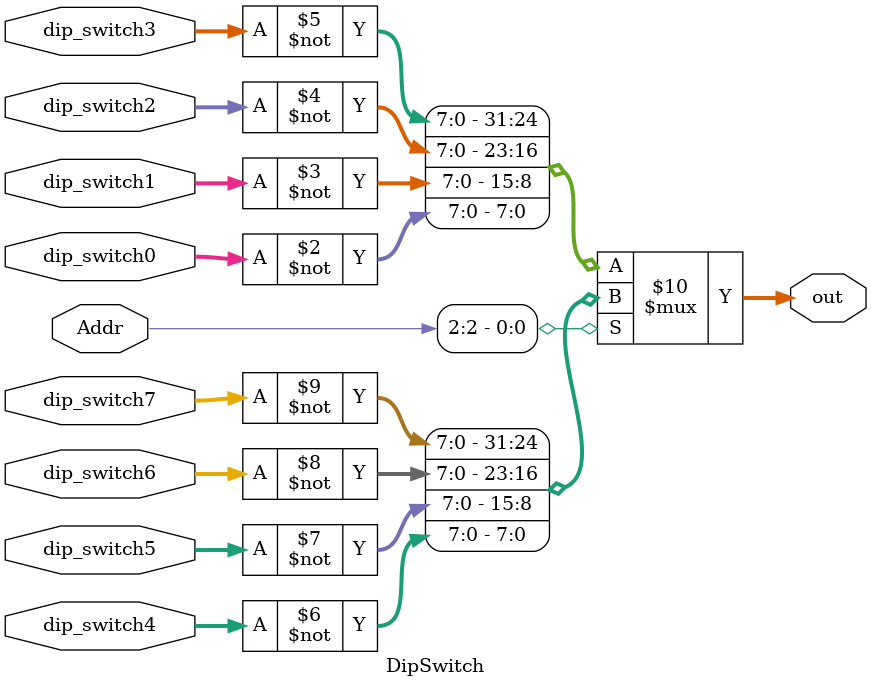
<source format=v>
module DipSwitch(
    //input
    input [31:0] Addr,
    input [7:0] dip_switch0,
    input [7:0] dip_switch1,
    input [7:0] dip_switch2,
    input [7:0] dip_switch3,
    input [7:0] dip_switch4,
    input [7:0] dip_switch5,
    input [7:0] dip_switch6,
    input [7:0] dip_switch7,
    //output
    output [31:0] out
);

assign out = (Addr[2] == 1'b0) ? {~dip_switch3,~dip_switch2,~dip_switch1,~dip_switch0} :
             {~dip_switch7,~dip_switch6,~dip_switch5,~dip_switch4} ;

endmodule
</source>
